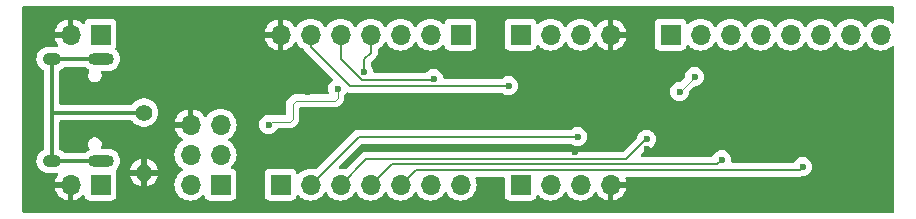
<source format=gbr>
%TF.GenerationSoftware,KiCad,Pcbnew,8.0.6*%
%TF.CreationDate,2024-11-04T18:07:15+01:00*%
%TF.ProjectId,ATtiny3,41547469-6e79-4332-9e6b-696361645f70,rev?*%
%TF.SameCoordinates,Original*%
%TF.FileFunction,Copper,L2,Bot*%
%TF.FilePolarity,Positive*%
%FSLAX46Y46*%
G04 Gerber Fmt 4.6, Leading zero omitted, Abs format (unit mm)*
G04 Created by KiCad (PCBNEW 8.0.6) date 2024-11-04 18:07:15*
%MOMM*%
%LPD*%
G01*
G04 APERTURE LIST*
G04 Aperture macros list*
%AMRoundRect*
0 Rectangle with rounded corners*
0 $1 Rounding radius*
0 $2 $3 $4 $5 $6 $7 $8 $9 X,Y pos of 4 corners*
0 Add a 4 corners polygon primitive as box body*
4,1,4,$2,$3,$4,$5,$6,$7,$8,$9,$2,$3,0*
0 Add four circle primitives for the rounded corners*
1,1,$1+$1,$2,$3*
1,1,$1+$1,$4,$5*
1,1,$1+$1,$6,$7*
1,1,$1+$1,$8,$9*
0 Add four rect primitives between the rounded corners*
20,1,$1+$1,$2,$3,$4,$5,0*
20,1,$1+$1,$4,$5,$6,$7,0*
20,1,$1+$1,$6,$7,$8,$9,0*
20,1,$1+$1,$8,$9,$2,$3,0*%
G04 Aperture macros list end*
%TA.AperFunction,ComponentPad*%
%ADD10R,1.700000X1.700000*%
%TD*%
%TA.AperFunction,ComponentPad*%
%ADD11O,1.700000X1.700000*%
%TD*%
%TA.AperFunction,ComponentPad*%
%ADD12RoundRect,0.500000X-0.600000X0.000010X-0.600000X-0.000010X0.600000X-0.000010X0.600000X0.000010X0*%
%TD*%
%TA.AperFunction,ComponentPad*%
%ADD13RoundRect,0.500000X-0.300000X0.000010X-0.300000X-0.000010X0.300000X-0.000010X0.300000X0.000010X0*%
%TD*%
%TA.AperFunction,ComponentPad*%
%ADD14C,1.400000*%
%TD*%
%TA.AperFunction,ComponentPad*%
%ADD15O,1.400000X1.400000*%
%TD*%
%TA.AperFunction,ViaPad*%
%ADD16C,0.600000*%
%TD*%
%TA.AperFunction,Conductor*%
%ADD17C,0.300000*%
%TD*%
%TA.AperFunction,Conductor*%
%ADD18C,0.100000*%
%TD*%
%TA.AperFunction,Conductor*%
%ADD19C,0.200000*%
%TD*%
G04 APERTURE END LIST*
D10*
%TO.P,J7,1,Pin_1*%
%TO.N,+3.3V*%
X40640000Y-35560000D03*
D11*
%TO.P,J7,2,Pin_2*%
%TO.N,PA4*%
X43180000Y-35560000D03*
%TO.P,J7,3,Pin_3*%
%TO.N,PA5*%
X45720000Y-35560000D03*
%TO.P,J7,4,Pin_4*%
%TO.N,PA6*%
X48260000Y-35560000D03*
%TO.P,J7,5,Pin_5*%
%TO.N,PA7*%
X50800000Y-35560000D03*
%TO.P,J7,6,Pin_6*%
%TO.N,PB3-RX*%
X53340000Y-35560000D03*
%TO.P,J7,7,Pin_7*%
%TO.N,PB2-TX*%
X55880000Y-35560000D03*
%TD*%
D12*
%TO.P,J4,S1,SHIELD*%
%TO.N,Net-(J4-SHIELD)*%
X25452500Y-24910000D03*
D13*
X21272500Y-24910000D03*
D12*
X25452500Y-33550000D03*
D13*
X21272500Y-33550000D03*
%TD*%
D10*
%TO.P,J9,1,Pin_1*%
%TO.N,+5V*%
X73660000Y-22860000D03*
D11*
%TO.P,J9,2,Pin_2*%
%TO.N,OUT1*%
X76200000Y-22860000D03*
%TO.P,J9,3,Pin_3*%
%TO.N,OUT2*%
X78740000Y-22860000D03*
%TO.P,J9,4,Pin_4*%
%TO.N,OUT3*%
X81280000Y-22860000D03*
%TO.P,J9,5,Pin_5*%
%TO.N,OUT4*%
X83820000Y-22860000D03*
%TO.P,J9,6,Pin_6*%
%TO.N,OUT5*%
X86360000Y-22860000D03*
%TO.P,J9,7,Pin_7*%
%TO.N,OUT6*%
X88900000Y-22860000D03*
%TO.P,J9,8,Pin_8*%
%TO.N,OUT7*%
X91440000Y-22860000D03*
%TD*%
D10*
%TO.P,J8,1,Pin_1*%
%TO.N,PB1-SDA*%
X55880000Y-22860000D03*
D11*
%TO.P,J8,2,Pin_2*%
%TO.N,PB0-SCL*%
X53340000Y-22860000D03*
%TO.P,J8,3,Pin_3*%
%TO.N,PA0-UPDI*%
X50800000Y-22860000D03*
%TO.P,J8,4,Pin_4*%
%TO.N,PA1*%
X48260000Y-22860000D03*
%TO.P,J8,5,Pin_5*%
%TO.N,PA2*%
X45720000Y-22860000D03*
%TO.P,J8,6,Pin_6*%
%TO.N,PA3*%
X43180000Y-22860000D03*
%TO.P,J8,7,Pin_7*%
%TO.N,GND*%
X40640000Y-22860000D03*
%TD*%
D10*
%TO.P,J6,1,Pin_1*%
%TO.N,+5V*%
X25400000Y-22860000D03*
D11*
%TO.P,J6,2,Pin_2*%
%TO.N,GND*%
X22860000Y-22860000D03*
%TD*%
D10*
%TO.P,J1,1,Pin_1*%
%TO.N,PA0-UPDI*%
X35560000Y-35560000D03*
D11*
%TO.P,J1,2,Pin_2*%
%TO.N,+3.3V*%
X33020000Y-35560000D03*
%TO.P,J1,3,Pin_3*%
%TO.N,unconnected-(J1-Pin_3-Pad3)*%
X35560000Y-33020000D03*
%TO.P,J1,4,Pin_4*%
%TO.N,unconnected-(J1-Pin_4-Pad4)*%
X33020000Y-33020000D03*
%TO.P,J1,5,Pin_5*%
%TO.N,unconnected-(J1-Pin_5-Pad5)*%
X35560000Y-30480000D03*
%TO.P,J1,6,Pin_6*%
%TO.N,GND*%
X33020000Y-30480000D03*
%TD*%
D10*
%TO.P,J2,1,Pin_1*%
%TO.N,PB0-SCL*%
X60960000Y-22860000D03*
D11*
%TO.P,J2,2,Pin_2*%
%TO.N,PB1-SDA*%
X63500000Y-22860000D03*
%TO.P,J2,3,Pin_3*%
%TO.N,+3.3V*%
X66040000Y-22860000D03*
%TO.P,J2,4,Pin_4*%
%TO.N,GND*%
X68580000Y-22860000D03*
%TD*%
D10*
%TO.P,J5,1,Pin_1*%
%TO.N,+5V*%
X25400000Y-35560000D03*
D11*
%TO.P,J5,2,Pin_2*%
%TO.N,GND*%
X22860000Y-35560000D03*
%TD*%
D10*
%TO.P,J3,1,Pin_1*%
%TO.N,PB3-RX*%
X60960000Y-35560000D03*
D11*
%TO.P,J3,2,Pin_2*%
%TO.N,PB2-TX*%
X63500000Y-35560000D03*
%TO.P,J3,3,Pin_3*%
%TO.N,+3.3V*%
X66040000Y-35560000D03*
%TO.P,J3,4,Pin_4*%
%TO.N,GND*%
X68580000Y-35560000D03*
%TD*%
D14*
%TO.P,R1,1*%
%TO.N,Net-(J4-SHIELD)*%
X29083000Y-29464000D03*
D15*
%TO.P,R1,2*%
%TO.N,GND*%
X29083000Y-34544000D03*
%TD*%
D16*
%TO.N,GND*%
X62738000Y-28956000D03*
X30988000Y-28194000D03*
X33020000Y-24130000D03*
X53340000Y-32512000D03*
X27290000Y-32605000D03*
X80772000Y-28956000D03*
X71628000Y-32512000D03*
X27290000Y-25400000D03*
X77470000Y-32512000D03*
X58674000Y-28194000D03*
X56642000Y-28956000D03*
X88900000Y-28194000D03*
X38100000Y-29210000D03*
X68834000Y-28956000D03*
X86614000Y-28956000D03*
X65532000Y-32766000D03*
X89662000Y-32258000D03*
X82804000Y-28194000D03*
X83566000Y-32512000D03*
X59436000Y-32512000D03*
X52615100Y-28231100D03*
X50546000Y-28956000D03*
X35814000Y-25146000D03*
X38100000Y-26924000D03*
X64770000Y-28194000D03*
X42926000Y-27686000D03*
X70612000Y-28194000D03*
X76708000Y-28194000D03*
X74676000Y-28956000D03*
%TO.N,PA0-UPDI*%
X45466000Y-27432000D03*
X39624000Y-30480000D03*
%TO.N,PA4*%
X65786000Y-31496000D03*
%TO.N,PA6*%
X77978000Y-33436000D03*
%TO.N,PA7*%
X84836000Y-34036000D03*
%TO.N,PA5*%
X71628000Y-31711997D03*
%TO.N,PA2*%
X53594000Y-26578000D03*
%TO.N,PA3*%
X59944000Y-27178000D03*
%TO.N,PA1*%
X47676174Y-25999644D03*
%TO.N,OUT5*%
X74422000Y-27686000D03*
X75692000Y-26416000D03*
%TD*%
D17*
%TO.N,Net-(J4-SHIELD)*%
X21272500Y-24910000D02*
X21272500Y-29464000D01*
X21272500Y-33550000D02*
X25452500Y-33550000D01*
X25452500Y-24910000D02*
X21272500Y-24910000D01*
X21272500Y-29464000D02*
X21272500Y-33550000D01*
X29083000Y-29464000D02*
X21272500Y-29464000D01*
D18*
%TO.N,PA0-UPDI*%
X45466000Y-28194000D02*
X45466000Y-27432000D01*
X41402000Y-30226000D02*
X41656000Y-29972000D01*
X41656000Y-28702000D02*
X41910000Y-28448000D01*
X39878000Y-30226000D02*
X41402000Y-30226000D01*
X45212000Y-28448000D02*
X45466000Y-28194000D01*
X41910000Y-28448000D02*
X45212000Y-28448000D01*
X41656000Y-29972000D02*
X41656000Y-28702000D01*
X39624000Y-30480000D02*
X39878000Y-30226000D01*
D19*
%TO.N,PA4*%
X47244000Y-31496000D02*
X65786000Y-31496000D01*
X43180000Y-35560000D02*
X47244000Y-31496000D01*
%TO.N,PA6*%
X50038000Y-33782000D02*
X77632000Y-33782000D01*
X77632000Y-33782000D02*
X77978000Y-33436000D01*
X48260000Y-35560000D02*
X50038000Y-33782000D01*
%TO.N,PA7*%
X84582000Y-34290000D02*
X84836000Y-34036000D01*
X50800000Y-35560000D02*
X52070000Y-34290000D01*
X52070000Y-34290000D02*
X84582000Y-34290000D01*
%TO.N,PA5*%
X71579474Y-31711997D02*
X71628000Y-31711997D01*
X45720000Y-35560000D02*
X47898000Y-33382000D01*
X69909471Y-33382000D02*
X71579474Y-31711997D01*
X47898000Y-33382000D02*
X69909471Y-33382000D01*
%TO.N,PA2*%
X45720000Y-22860000D02*
X45720000Y-24892000D01*
X47498000Y-26670000D02*
X53594000Y-26670000D01*
X45720000Y-24892000D02*
X47498000Y-26670000D01*
X53594000Y-26670000D02*
X53594000Y-26578000D01*
%TO.N,PA3*%
X46482000Y-27178000D02*
X59944000Y-27178000D01*
X43180000Y-23876000D02*
X46482000Y-27178000D01*
X43180000Y-22860000D02*
X43180000Y-23876000D01*
%TO.N,PA1*%
X48260000Y-22860000D02*
X48260000Y-24384000D01*
X48260000Y-24384000D02*
X47676174Y-24967826D01*
X47676174Y-24967826D02*
X47676174Y-25999644D01*
D18*
%TO.N,OUT5*%
X74422000Y-27686000D02*
X75692000Y-26416000D01*
%TD*%
%TA.AperFunction,Conductor*%
%TO.N,GND*%
G36*
X92533539Y-20459185D02*
G01*
X92579294Y-20511989D01*
X92590500Y-20563500D01*
X92590500Y-21801241D01*
X92570815Y-21868280D01*
X92518011Y-21914035D01*
X92448853Y-21923979D01*
X92385297Y-21894954D01*
X92378819Y-21888923D01*
X92358176Y-21868280D01*
X92311401Y-21821505D01*
X92311397Y-21821502D01*
X92311396Y-21821501D01*
X92117834Y-21685967D01*
X92117830Y-21685965D01*
X92117828Y-21685964D01*
X91903663Y-21586097D01*
X91903659Y-21586096D01*
X91903655Y-21586094D01*
X91675413Y-21524938D01*
X91675403Y-21524936D01*
X91440001Y-21504341D01*
X91439999Y-21504341D01*
X91204596Y-21524936D01*
X91204586Y-21524938D01*
X90976344Y-21586094D01*
X90976335Y-21586098D01*
X90762171Y-21685964D01*
X90762169Y-21685965D01*
X90568597Y-21821505D01*
X90401505Y-21988597D01*
X90271575Y-22174158D01*
X90216998Y-22217783D01*
X90147500Y-22224977D01*
X90085145Y-22193454D01*
X90068425Y-22174158D01*
X89938494Y-21988597D01*
X89771402Y-21821506D01*
X89771395Y-21821501D01*
X89577834Y-21685967D01*
X89577830Y-21685965D01*
X89577828Y-21685964D01*
X89363663Y-21586097D01*
X89363659Y-21586096D01*
X89363655Y-21586094D01*
X89135413Y-21524938D01*
X89135403Y-21524936D01*
X88900001Y-21504341D01*
X88899999Y-21504341D01*
X88664596Y-21524936D01*
X88664586Y-21524938D01*
X88436344Y-21586094D01*
X88436335Y-21586098D01*
X88222171Y-21685964D01*
X88222169Y-21685965D01*
X88028597Y-21821505D01*
X87861505Y-21988597D01*
X87731575Y-22174158D01*
X87676998Y-22217783D01*
X87607500Y-22224977D01*
X87545145Y-22193454D01*
X87528425Y-22174158D01*
X87398494Y-21988597D01*
X87231402Y-21821506D01*
X87231395Y-21821501D01*
X87037834Y-21685967D01*
X87037830Y-21685965D01*
X87037828Y-21685964D01*
X86823663Y-21586097D01*
X86823659Y-21586096D01*
X86823655Y-21586094D01*
X86595413Y-21524938D01*
X86595403Y-21524936D01*
X86360001Y-21504341D01*
X86359999Y-21504341D01*
X86124596Y-21524936D01*
X86124586Y-21524938D01*
X85896344Y-21586094D01*
X85896335Y-21586098D01*
X85682171Y-21685964D01*
X85682169Y-21685965D01*
X85488597Y-21821505D01*
X85321505Y-21988597D01*
X85191575Y-22174158D01*
X85136998Y-22217783D01*
X85067500Y-22224977D01*
X85005145Y-22193454D01*
X84988425Y-22174158D01*
X84858494Y-21988597D01*
X84691402Y-21821506D01*
X84691395Y-21821501D01*
X84497834Y-21685967D01*
X84497830Y-21685965D01*
X84497828Y-21685964D01*
X84283663Y-21586097D01*
X84283659Y-21586096D01*
X84283655Y-21586094D01*
X84055413Y-21524938D01*
X84055403Y-21524936D01*
X83820001Y-21504341D01*
X83819999Y-21504341D01*
X83584596Y-21524936D01*
X83584586Y-21524938D01*
X83356344Y-21586094D01*
X83356335Y-21586098D01*
X83142171Y-21685964D01*
X83142169Y-21685965D01*
X82948597Y-21821505D01*
X82781505Y-21988597D01*
X82651575Y-22174158D01*
X82596998Y-22217783D01*
X82527500Y-22224977D01*
X82465145Y-22193454D01*
X82448425Y-22174158D01*
X82318494Y-21988597D01*
X82151402Y-21821506D01*
X82151395Y-21821501D01*
X81957834Y-21685967D01*
X81957830Y-21685965D01*
X81957828Y-21685964D01*
X81743663Y-21586097D01*
X81743659Y-21586096D01*
X81743655Y-21586094D01*
X81515413Y-21524938D01*
X81515403Y-21524936D01*
X81280001Y-21504341D01*
X81279999Y-21504341D01*
X81044596Y-21524936D01*
X81044586Y-21524938D01*
X80816344Y-21586094D01*
X80816335Y-21586098D01*
X80602171Y-21685964D01*
X80602169Y-21685965D01*
X80408597Y-21821505D01*
X80241505Y-21988597D01*
X80111575Y-22174158D01*
X80056998Y-22217783D01*
X79987500Y-22224977D01*
X79925145Y-22193454D01*
X79908425Y-22174158D01*
X79778494Y-21988597D01*
X79611402Y-21821506D01*
X79611395Y-21821501D01*
X79417834Y-21685967D01*
X79417830Y-21685965D01*
X79417828Y-21685964D01*
X79203663Y-21586097D01*
X79203659Y-21586096D01*
X79203655Y-21586094D01*
X78975413Y-21524938D01*
X78975403Y-21524936D01*
X78740001Y-21504341D01*
X78739999Y-21504341D01*
X78504596Y-21524936D01*
X78504586Y-21524938D01*
X78276344Y-21586094D01*
X78276335Y-21586098D01*
X78062171Y-21685964D01*
X78062169Y-21685965D01*
X77868597Y-21821505D01*
X77701505Y-21988597D01*
X77571575Y-22174158D01*
X77516998Y-22217783D01*
X77447500Y-22224977D01*
X77385145Y-22193454D01*
X77368425Y-22174158D01*
X77238494Y-21988597D01*
X77071402Y-21821506D01*
X77071395Y-21821501D01*
X76877834Y-21685967D01*
X76877830Y-21685965D01*
X76877828Y-21685964D01*
X76663663Y-21586097D01*
X76663659Y-21586096D01*
X76663655Y-21586094D01*
X76435413Y-21524938D01*
X76435403Y-21524936D01*
X76200001Y-21504341D01*
X76199999Y-21504341D01*
X75964596Y-21524936D01*
X75964586Y-21524938D01*
X75736344Y-21586094D01*
X75736335Y-21586098D01*
X75522171Y-21685964D01*
X75522169Y-21685965D01*
X75328600Y-21821503D01*
X75206673Y-21943430D01*
X75145350Y-21976914D01*
X75075658Y-21971930D01*
X75019725Y-21930058D01*
X75002810Y-21899081D01*
X74953797Y-21767671D01*
X74953793Y-21767664D01*
X74867547Y-21652455D01*
X74867544Y-21652452D01*
X74752335Y-21566206D01*
X74752328Y-21566202D01*
X74617482Y-21515908D01*
X74617483Y-21515908D01*
X74557883Y-21509501D01*
X74557881Y-21509500D01*
X74557873Y-21509500D01*
X74557864Y-21509500D01*
X72762129Y-21509500D01*
X72762123Y-21509501D01*
X72702516Y-21515908D01*
X72567671Y-21566202D01*
X72567664Y-21566206D01*
X72452455Y-21652452D01*
X72452452Y-21652455D01*
X72366206Y-21767664D01*
X72366202Y-21767671D01*
X72315908Y-21902517D01*
X72310209Y-21955532D01*
X72309501Y-21962123D01*
X72309500Y-21962135D01*
X72309500Y-23757870D01*
X72309501Y-23757876D01*
X72315908Y-23817483D01*
X72366202Y-23952328D01*
X72366206Y-23952335D01*
X72452452Y-24067544D01*
X72452455Y-24067547D01*
X72567664Y-24153793D01*
X72567671Y-24153797D01*
X72702517Y-24204091D01*
X72702516Y-24204091D01*
X72709444Y-24204835D01*
X72762127Y-24210500D01*
X74557872Y-24210499D01*
X74617483Y-24204091D01*
X74752331Y-24153796D01*
X74867546Y-24067546D01*
X74953796Y-23952331D01*
X75002810Y-23820916D01*
X75044681Y-23764984D01*
X75110145Y-23740566D01*
X75178418Y-23755417D01*
X75206673Y-23776569D01*
X75328599Y-23898495D01*
X75425384Y-23966265D01*
X75522165Y-24034032D01*
X75522167Y-24034033D01*
X75522170Y-24034035D01*
X75736337Y-24133903D01*
X75964592Y-24195063D01*
X76141034Y-24210500D01*
X76199999Y-24215659D01*
X76200000Y-24215659D01*
X76200001Y-24215659D01*
X76258966Y-24210500D01*
X76435408Y-24195063D01*
X76663663Y-24133903D01*
X76877830Y-24034035D01*
X77071401Y-23898495D01*
X77238495Y-23731401D01*
X77368426Y-23545841D01*
X77423002Y-23502217D01*
X77492500Y-23495023D01*
X77554855Y-23526546D01*
X77571575Y-23545842D01*
X77701281Y-23731082D01*
X77701505Y-23731401D01*
X77868599Y-23898495D01*
X77965384Y-23966265D01*
X78062165Y-24034032D01*
X78062167Y-24034033D01*
X78062170Y-24034035D01*
X78276337Y-24133903D01*
X78504592Y-24195063D01*
X78681034Y-24210500D01*
X78739999Y-24215659D01*
X78740000Y-24215659D01*
X78740001Y-24215659D01*
X78798966Y-24210500D01*
X78975408Y-24195063D01*
X79203663Y-24133903D01*
X79417830Y-24034035D01*
X79611401Y-23898495D01*
X79778495Y-23731401D01*
X79908426Y-23545841D01*
X79963002Y-23502217D01*
X80032500Y-23495023D01*
X80094855Y-23526546D01*
X80111575Y-23545842D01*
X80241281Y-23731082D01*
X80241505Y-23731401D01*
X80408599Y-23898495D01*
X80505384Y-23966265D01*
X80602165Y-24034032D01*
X80602167Y-24034033D01*
X80602170Y-24034035D01*
X80816337Y-24133903D01*
X81044592Y-24195063D01*
X81221034Y-24210500D01*
X81279999Y-24215659D01*
X81280000Y-24215659D01*
X81280001Y-24215659D01*
X81338966Y-24210500D01*
X81515408Y-24195063D01*
X81743663Y-24133903D01*
X81957830Y-24034035D01*
X82151401Y-23898495D01*
X82318495Y-23731401D01*
X82448426Y-23545841D01*
X82503002Y-23502217D01*
X82572500Y-23495023D01*
X82634855Y-23526546D01*
X82651575Y-23545842D01*
X82781281Y-23731082D01*
X82781505Y-23731401D01*
X82948599Y-23898495D01*
X83045384Y-23966265D01*
X83142165Y-24034032D01*
X83142167Y-24034033D01*
X83142170Y-24034035D01*
X83356337Y-24133903D01*
X83584592Y-24195063D01*
X83761034Y-24210500D01*
X83819999Y-24215659D01*
X83820000Y-24215659D01*
X83820001Y-24215659D01*
X83878966Y-24210500D01*
X84055408Y-24195063D01*
X84283663Y-24133903D01*
X84497830Y-24034035D01*
X84691401Y-23898495D01*
X84858495Y-23731401D01*
X84988426Y-23545841D01*
X85043002Y-23502217D01*
X85112500Y-23495023D01*
X85174855Y-23526546D01*
X85191575Y-23545842D01*
X85321281Y-23731082D01*
X85321505Y-23731401D01*
X85488599Y-23898495D01*
X85585384Y-23966265D01*
X85682165Y-24034032D01*
X85682167Y-24034033D01*
X85682170Y-24034035D01*
X85896337Y-24133903D01*
X86124592Y-24195063D01*
X86301034Y-24210500D01*
X86359999Y-24215659D01*
X86360000Y-24215659D01*
X86360001Y-24215659D01*
X86418966Y-24210500D01*
X86595408Y-24195063D01*
X86823663Y-24133903D01*
X87037830Y-24034035D01*
X87231401Y-23898495D01*
X87398495Y-23731401D01*
X87528426Y-23545841D01*
X87583002Y-23502217D01*
X87652500Y-23495023D01*
X87714855Y-23526546D01*
X87731575Y-23545842D01*
X87861281Y-23731082D01*
X87861505Y-23731401D01*
X88028599Y-23898495D01*
X88125384Y-23966265D01*
X88222165Y-24034032D01*
X88222167Y-24034033D01*
X88222170Y-24034035D01*
X88436337Y-24133903D01*
X88664592Y-24195063D01*
X88841034Y-24210500D01*
X88899999Y-24215659D01*
X88900000Y-24215659D01*
X88900001Y-24215659D01*
X88958966Y-24210500D01*
X89135408Y-24195063D01*
X89363663Y-24133903D01*
X89577830Y-24034035D01*
X89771401Y-23898495D01*
X89938495Y-23731401D01*
X90068426Y-23545841D01*
X90123002Y-23502217D01*
X90192500Y-23495023D01*
X90254855Y-23526546D01*
X90271575Y-23545842D01*
X90401281Y-23731082D01*
X90401505Y-23731401D01*
X90568599Y-23898495D01*
X90665384Y-23966265D01*
X90762165Y-24034032D01*
X90762167Y-24034033D01*
X90762170Y-24034035D01*
X90976337Y-24133903D01*
X91204592Y-24195063D01*
X91381034Y-24210500D01*
X91439999Y-24215659D01*
X91440000Y-24215659D01*
X91440001Y-24215659D01*
X91498966Y-24210500D01*
X91675408Y-24195063D01*
X91903663Y-24133903D01*
X92117830Y-24034035D01*
X92311401Y-23898495D01*
X92378819Y-23831077D01*
X92440142Y-23797592D01*
X92509834Y-23802576D01*
X92565767Y-23844448D01*
X92590184Y-23909912D01*
X92590500Y-23918758D01*
X92590500Y-37856500D01*
X92570815Y-37923539D01*
X92518011Y-37969294D01*
X92466500Y-37980500D01*
X18912500Y-37980500D01*
X18845461Y-37960815D01*
X18799706Y-37908011D01*
X18788500Y-37856500D01*
X18788500Y-24851966D01*
X19972000Y-24851966D01*
X19972000Y-24968027D01*
X19972001Y-24968035D01*
X19982613Y-25087415D01*
X20038589Y-25283045D01*
X20038590Y-25283048D01*
X20038591Y-25283049D01*
X20132802Y-25463407D01*
X20156409Y-25492359D01*
X20261390Y-25621109D01*
X20346138Y-25690211D01*
X20419093Y-25749698D01*
X20555414Y-25820906D01*
X20605718Y-25869389D01*
X20622000Y-25930812D01*
X20622000Y-32529186D01*
X20602315Y-32596225D01*
X20555412Y-32639094D01*
X20419095Y-32710300D01*
X20419093Y-32710302D01*
X20261390Y-32838890D01*
X20154633Y-32969819D01*
X20132802Y-32996593D01*
X20110205Y-33039853D01*
X20038589Y-33176954D01*
X19993832Y-33333376D01*
X19983369Y-33369946D01*
X19982614Y-33372583D01*
X19982613Y-33372586D01*
X19972000Y-33491966D01*
X19972000Y-33608027D01*
X19972001Y-33608035D01*
X19982613Y-33727415D01*
X20038589Y-33923045D01*
X20038590Y-33923048D01*
X20038591Y-33923049D01*
X20132802Y-34103407D01*
X20132804Y-34103409D01*
X20261390Y-34261109D01*
X20324417Y-34312500D01*
X20419093Y-34389698D01*
X20599451Y-34483909D01*
X20795082Y-34539886D01*
X20914463Y-34550500D01*
X21630536Y-34550499D01*
X21672593Y-34546760D01*
X21741108Y-34560429D01*
X21791360Y-34608973D01*
X21807389Y-34676979D01*
X21785146Y-34741395D01*
X21686400Y-34882420D01*
X21686399Y-34882422D01*
X21586570Y-35096507D01*
X21586567Y-35096513D01*
X21529364Y-35309999D01*
X21529364Y-35310000D01*
X22426988Y-35310000D01*
X22394075Y-35367007D01*
X22360000Y-35494174D01*
X22360000Y-35625826D01*
X22394075Y-35752993D01*
X22426988Y-35810000D01*
X21529364Y-35810000D01*
X21586567Y-36023486D01*
X21586570Y-36023492D01*
X21686399Y-36237578D01*
X21821894Y-36431082D01*
X21988917Y-36598105D01*
X22182421Y-36733600D01*
X22396507Y-36833429D01*
X22396516Y-36833433D01*
X22610000Y-36890634D01*
X22610000Y-35993012D01*
X22667007Y-36025925D01*
X22794174Y-36060000D01*
X22925826Y-36060000D01*
X23052993Y-36025925D01*
X23110000Y-35993012D01*
X23110000Y-36890633D01*
X23323483Y-36833433D01*
X23323492Y-36833429D01*
X23537578Y-36733600D01*
X23731078Y-36598108D01*
X23853133Y-36476053D01*
X23914456Y-36442568D01*
X23984148Y-36447552D01*
X24040082Y-36489423D01*
X24056997Y-36520401D01*
X24106202Y-36652328D01*
X24106206Y-36652335D01*
X24192452Y-36767544D01*
X24192455Y-36767547D01*
X24307664Y-36853793D01*
X24307671Y-36853797D01*
X24442517Y-36904091D01*
X24442516Y-36904091D01*
X24449444Y-36904835D01*
X24502127Y-36910500D01*
X26297872Y-36910499D01*
X26357483Y-36904091D01*
X26492331Y-36853796D01*
X26607546Y-36767546D01*
X26693796Y-36652331D01*
X26744091Y-36517483D01*
X26750500Y-36457873D01*
X26750499Y-34794000D01*
X27906505Y-34794000D01*
X27959239Y-34979349D01*
X28058368Y-35178425D01*
X28192391Y-35355900D01*
X28356738Y-35505721D01*
X28545820Y-35622797D01*
X28545822Y-35622798D01*
X28753195Y-35703135D01*
X28833000Y-35718052D01*
X29333000Y-35718052D01*
X29412804Y-35703135D01*
X29620177Y-35622798D01*
X29620179Y-35622797D01*
X29809261Y-35505721D01*
X29973608Y-35355900D01*
X30107631Y-35178425D01*
X30206760Y-34979349D01*
X30259495Y-34794000D01*
X29333000Y-34794000D01*
X29333000Y-35718052D01*
X28833000Y-35718052D01*
X28833000Y-34794000D01*
X27906505Y-34794000D01*
X26750499Y-34794000D01*
X26750499Y-34662128D01*
X26744091Y-34602517D01*
X26743002Y-34599598D01*
X26705079Y-34497922D01*
X28733000Y-34497922D01*
X28733000Y-34590078D01*
X28756852Y-34679095D01*
X28802930Y-34758905D01*
X28868095Y-34824070D01*
X28947905Y-34870148D01*
X29036922Y-34894000D01*
X29129078Y-34894000D01*
X29218095Y-34870148D01*
X29297905Y-34824070D01*
X29363070Y-34758905D01*
X29409148Y-34679095D01*
X29433000Y-34590078D01*
X29433000Y-34497922D01*
X29409148Y-34408905D01*
X29363070Y-34329095D01*
X29327975Y-34294000D01*
X29333000Y-34294000D01*
X30259495Y-34294000D01*
X30206760Y-34108650D01*
X30107631Y-33909574D01*
X29973608Y-33732099D01*
X29809261Y-33582278D01*
X29620179Y-33465202D01*
X29620177Y-33465201D01*
X29412799Y-33384864D01*
X29333000Y-33369946D01*
X29333000Y-34294000D01*
X29327975Y-34294000D01*
X29297905Y-34263930D01*
X29218095Y-34217852D01*
X29129078Y-34194000D01*
X29036922Y-34194000D01*
X28947905Y-34217852D01*
X28868095Y-34263930D01*
X28802930Y-34329095D01*
X28756852Y-34408905D01*
X28733000Y-34497922D01*
X26705079Y-34497922D01*
X26693797Y-34467672D01*
X26693796Y-34467669D01*
X26693793Y-34467665D01*
X26689548Y-34459891D01*
X26691388Y-34458885D01*
X26671112Y-34404516D01*
X26685966Y-34336243D01*
X26716430Y-34299577D01*
X26723270Y-34294000D01*
X27906505Y-34294000D01*
X28833000Y-34294000D01*
X28833000Y-33369946D01*
X28753200Y-33384864D01*
X28545822Y-33465201D01*
X28545820Y-33465202D01*
X28356738Y-33582278D01*
X28192391Y-33732099D01*
X28058368Y-33909574D01*
X27959239Y-34108650D01*
X27906505Y-34294000D01*
X26723270Y-34294000D01*
X26763609Y-34261109D01*
X26892198Y-34103407D01*
X26986409Y-33923049D01*
X27042386Y-33727418D01*
X27053000Y-33608037D01*
X27052999Y-33491964D01*
X27042386Y-33372582D01*
X26986409Y-33176951D01*
X26904424Y-33019999D01*
X31664341Y-33019999D01*
X31664341Y-33020000D01*
X31684936Y-33255403D01*
X31684938Y-33255413D01*
X31746094Y-33483655D01*
X31746096Y-33483659D01*
X31746097Y-33483663D01*
X31815022Y-33631472D01*
X31845965Y-33697830D01*
X31845967Y-33697834D01*
X31869960Y-33732099D01*
X31981501Y-33891396D01*
X31981506Y-33891402D01*
X32148597Y-34058493D01*
X32148603Y-34058498D01*
X32334158Y-34188425D01*
X32377783Y-34243002D01*
X32384977Y-34312500D01*
X32353454Y-34374855D01*
X32334158Y-34391575D01*
X32148597Y-34521505D01*
X31981505Y-34688597D01*
X31845965Y-34882169D01*
X31845964Y-34882171D01*
X31746098Y-35096335D01*
X31746094Y-35096344D01*
X31684938Y-35324586D01*
X31684936Y-35324596D01*
X31664341Y-35559999D01*
X31664341Y-35560000D01*
X31684936Y-35795403D01*
X31684938Y-35795413D01*
X31746094Y-36023655D01*
X31746096Y-36023659D01*
X31746097Y-36023663D01*
X31826004Y-36195023D01*
X31845965Y-36237830D01*
X31845967Y-36237834D01*
X31954281Y-36392521D01*
X31981505Y-36431401D01*
X32148599Y-36598495D01*
X32245384Y-36666265D01*
X32342165Y-36734032D01*
X32342167Y-36734033D01*
X32342170Y-36734035D01*
X32556337Y-36833903D01*
X32784592Y-36895063D01*
X32961034Y-36910500D01*
X33019999Y-36915659D01*
X33020000Y-36915659D01*
X33020001Y-36915659D01*
X33078966Y-36910500D01*
X33255408Y-36895063D01*
X33483663Y-36833903D01*
X33697830Y-36734035D01*
X33891401Y-36598495D01*
X34013329Y-36476566D01*
X34074648Y-36443084D01*
X34144340Y-36448068D01*
X34200274Y-36489939D01*
X34217189Y-36520917D01*
X34266202Y-36652328D01*
X34266206Y-36652335D01*
X34352452Y-36767544D01*
X34352455Y-36767547D01*
X34467664Y-36853793D01*
X34467671Y-36853797D01*
X34602517Y-36904091D01*
X34602516Y-36904091D01*
X34609444Y-36904835D01*
X34662127Y-36910500D01*
X36457872Y-36910499D01*
X36517483Y-36904091D01*
X36652331Y-36853796D01*
X36767546Y-36767546D01*
X36853796Y-36652331D01*
X36904091Y-36517483D01*
X36910500Y-36457873D01*
X36910499Y-34662135D01*
X39289500Y-34662135D01*
X39289500Y-36457870D01*
X39289501Y-36457876D01*
X39295908Y-36517483D01*
X39346202Y-36652328D01*
X39346206Y-36652335D01*
X39432452Y-36767544D01*
X39432455Y-36767547D01*
X39547664Y-36853793D01*
X39547671Y-36853797D01*
X39682517Y-36904091D01*
X39682516Y-36904091D01*
X39689444Y-36904835D01*
X39742127Y-36910500D01*
X41537872Y-36910499D01*
X41597483Y-36904091D01*
X41732331Y-36853796D01*
X41847546Y-36767546D01*
X41933796Y-36652331D01*
X41982810Y-36520916D01*
X42024681Y-36464984D01*
X42090145Y-36440566D01*
X42158418Y-36455417D01*
X42186673Y-36476569D01*
X42308599Y-36598495D01*
X42405384Y-36666265D01*
X42502165Y-36734032D01*
X42502167Y-36734033D01*
X42502170Y-36734035D01*
X42716337Y-36833903D01*
X42944592Y-36895063D01*
X43121034Y-36910500D01*
X43179999Y-36915659D01*
X43180000Y-36915659D01*
X43180001Y-36915659D01*
X43238966Y-36910500D01*
X43415408Y-36895063D01*
X43643663Y-36833903D01*
X43857830Y-36734035D01*
X44051401Y-36598495D01*
X44218495Y-36431401D01*
X44348425Y-36245842D01*
X44403002Y-36202217D01*
X44472500Y-36195023D01*
X44534855Y-36226546D01*
X44551575Y-36245842D01*
X44681500Y-36431395D01*
X44681505Y-36431401D01*
X44848599Y-36598495D01*
X44945384Y-36666265D01*
X45042165Y-36734032D01*
X45042167Y-36734033D01*
X45042170Y-36734035D01*
X45256337Y-36833903D01*
X45484592Y-36895063D01*
X45661034Y-36910500D01*
X45719999Y-36915659D01*
X45720000Y-36915659D01*
X45720001Y-36915659D01*
X45778966Y-36910500D01*
X45955408Y-36895063D01*
X46183663Y-36833903D01*
X46397830Y-36734035D01*
X46591401Y-36598495D01*
X46758495Y-36431401D01*
X46888425Y-36245842D01*
X46943002Y-36202217D01*
X47012500Y-36195023D01*
X47074855Y-36226546D01*
X47091575Y-36245842D01*
X47221500Y-36431395D01*
X47221505Y-36431401D01*
X47388599Y-36598495D01*
X47485384Y-36666265D01*
X47582165Y-36734032D01*
X47582167Y-36734033D01*
X47582170Y-36734035D01*
X47796337Y-36833903D01*
X48024592Y-36895063D01*
X48201034Y-36910500D01*
X48259999Y-36915659D01*
X48260000Y-36915659D01*
X48260001Y-36915659D01*
X48318966Y-36910500D01*
X48495408Y-36895063D01*
X48723663Y-36833903D01*
X48937830Y-36734035D01*
X49131401Y-36598495D01*
X49298495Y-36431401D01*
X49428425Y-36245842D01*
X49483002Y-36202217D01*
X49552500Y-36195023D01*
X49614855Y-36226546D01*
X49631575Y-36245842D01*
X49761500Y-36431395D01*
X49761505Y-36431401D01*
X49928599Y-36598495D01*
X50025384Y-36666265D01*
X50122165Y-36734032D01*
X50122167Y-36734033D01*
X50122170Y-36734035D01*
X50336337Y-36833903D01*
X50564592Y-36895063D01*
X50741034Y-36910500D01*
X50799999Y-36915659D01*
X50800000Y-36915659D01*
X50800001Y-36915659D01*
X50858966Y-36910500D01*
X51035408Y-36895063D01*
X51263663Y-36833903D01*
X51477830Y-36734035D01*
X51671401Y-36598495D01*
X51838495Y-36431401D01*
X51968425Y-36245842D01*
X52023002Y-36202217D01*
X52092500Y-36195023D01*
X52154855Y-36226546D01*
X52171575Y-36245842D01*
X52301500Y-36431395D01*
X52301505Y-36431401D01*
X52468599Y-36598495D01*
X52565384Y-36666265D01*
X52662165Y-36734032D01*
X52662167Y-36734033D01*
X52662170Y-36734035D01*
X52876337Y-36833903D01*
X53104592Y-36895063D01*
X53281034Y-36910500D01*
X53339999Y-36915659D01*
X53340000Y-36915659D01*
X53340001Y-36915659D01*
X53398966Y-36910500D01*
X53575408Y-36895063D01*
X53803663Y-36833903D01*
X54017830Y-36734035D01*
X54211401Y-36598495D01*
X54378495Y-36431401D01*
X54508425Y-36245842D01*
X54563002Y-36202217D01*
X54632500Y-36195023D01*
X54694855Y-36226546D01*
X54711575Y-36245842D01*
X54841500Y-36431395D01*
X54841505Y-36431401D01*
X55008599Y-36598495D01*
X55105384Y-36666265D01*
X55202165Y-36734032D01*
X55202167Y-36734033D01*
X55202170Y-36734035D01*
X55416337Y-36833903D01*
X55644592Y-36895063D01*
X55821034Y-36910500D01*
X55879999Y-36915659D01*
X55880000Y-36915659D01*
X55880001Y-36915659D01*
X55938966Y-36910500D01*
X56115408Y-36895063D01*
X56343663Y-36833903D01*
X56557830Y-36734035D01*
X56751401Y-36598495D01*
X56918495Y-36431401D01*
X57054035Y-36237830D01*
X57153903Y-36023663D01*
X57215063Y-35795408D01*
X57235659Y-35560000D01*
X57215063Y-35324592D01*
X57153903Y-35096337D01*
X57140177Y-35066902D01*
X57129686Y-34997829D01*
X57158205Y-34934044D01*
X57216681Y-34895804D01*
X57252560Y-34890500D01*
X59485500Y-34890500D01*
X59552539Y-34910185D01*
X59598294Y-34962989D01*
X59609500Y-35014500D01*
X59609500Y-36457870D01*
X59609501Y-36457876D01*
X59615908Y-36517483D01*
X59666202Y-36652328D01*
X59666206Y-36652335D01*
X59752452Y-36767544D01*
X59752455Y-36767547D01*
X59867664Y-36853793D01*
X59867671Y-36853797D01*
X60002517Y-36904091D01*
X60002516Y-36904091D01*
X60009444Y-36904835D01*
X60062127Y-36910500D01*
X61857872Y-36910499D01*
X61917483Y-36904091D01*
X62052331Y-36853796D01*
X62167546Y-36767546D01*
X62253796Y-36652331D01*
X62302810Y-36520916D01*
X62344681Y-36464984D01*
X62410145Y-36440566D01*
X62478418Y-36455417D01*
X62506673Y-36476569D01*
X62628599Y-36598495D01*
X62725384Y-36666265D01*
X62822165Y-36734032D01*
X62822167Y-36734033D01*
X62822170Y-36734035D01*
X63036337Y-36833903D01*
X63264592Y-36895063D01*
X63441034Y-36910500D01*
X63499999Y-36915659D01*
X63500000Y-36915659D01*
X63500001Y-36915659D01*
X63558966Y-36910500D01*
X63735408Y-36895063D01*
X63963663Y-36833903D01*
X64177830Y-36734035D01*
X64371401Y-36598495D01*
X64538495Y-36431401D01*
X64668425Y-36245842D01*
X64723002Y-36202217D01*
X64792500Y-36195023D01*
X64854855Y-36226546D01*
X64871575Y-36245842D01*
X65001500Y-36431395D01*
X65001505Y-36431401D01*
X65168599Y-36598495D01*
X65265384Y-36666265D01*
X65362165Y-36734032D01*
X65362167Y-36734033D01*
X65362170Y-36734035D01*
X65576337Y-36833903D01*
X65804592Y-36895063D01*
X65981034Y-36910500D01*
X66039999Y-36915659D01*
X66040000Y-36915659D01*
X66040001Y-36915659D01*
X66098966Y-36910500D01*
X66275408Y-36895063D01*
X66503663Y-36833903D01*
X66717830Y-36734035D01*
X66911401Y-36598495D01*
X67078495Y-36431401D01*
X67208730Y-36245405D01*
X67263307Y-36201781D01*
X67332805Y-36194587D01*
X67395160Y-36226110D01*
X67411879Y-36245405D01*
X67541890Y-36431078D01*
X67708917Y-36598105D01*
X67902421Y-36733600D01*
X68116507Y-36833429D01*
X68116516Y-36833433D01*
X68330000Y-36890634D01*
X68330000Y-35993012D01*
X68387007Y-36025925D01*
X68514174Y-36060000D01*
X68645826Y-36060000D01*
X68772993Y-36025925D01*
X68830000Y-35993012D01*
X68830000Y-36890633D01*
X69043483Y-36833433D01*
X69043492Y-36833429D01*
X69257578Y-36733600D01*
X69451082Y-36598105D01*
X69618105Y-36431082D01*
X69753600Y-36237578D01*
X69853429Y-36023492D01*
X69853432Y-36023486D01*
X69910636Y-35810000D01*
X69013012Y-35810000D01*
X69045925Y-35752993D01*
X69080000Y-35625826D01*
X69080000Y-35494174D01*
X69045925Y-35367007D01*
X69013012Y-35310000D01*
X69910636Y-35310000D01*
X69910635Y-35309999D01*
X69853432Y-35096513D01*
X69853430Y-35096507D01*
X69839626Y-35066905D01*
X69829134Y-34997828D01*
X69857653Y-34934044D01*
X69916130Y-34895804D01*
X69952008Y-34890500D01*
X84495331Y-34890500D01*
X84495347Y-34890501D01*
X84502943Y-34890501D01*
X84661054Y-34890501D01*
X84661057Y-34890501D01*
X84813785Y-34849577D01*
X84813794Y-34849571D01*
X84815868Y-34848713D01*
X84849447Y-34840049D01*
X84933634Y-34830564D01*
X85015250Y-34821369D01*
X85015253Y-34821368D01*
X85015255Y-34821368D01*
X85185522Y-34761789D01*
X85338262Y-34665816D01*
X85465816Y-34538262D01*
X85561789Y-34385522D01*
X85621368Y-34215255D01*
X85621369Y-34215249D01*
X85641565Y-34036003D01*
X85641565Y-34035996D01*
X85621369Y-33856750D01*
X85621368Y-33856745D01*
X85577752Y-33732099D01*
X85561789Y-33686478D01*
X85542024Y-33655023D01*
X85465815Y-33533737D01*
X85338262Y-33406184D01*
X85185523Y-33310211D01*
X85015254Y-33250631D01*
X85015249Y-33250630D01*
X84836004Y-33230435D01*
X84835996Y-33230435D01*
X84656750Y-33250630D01*
X84656745Y-33250631D01*
X84486476Y-33310211D01*
X84333737Y-33406184D01*
X84206184Y-33533737D01*
X84175684Y-33582278D01*
X84154964Y-33615255D01*
X84144774Y-33631472D01*
X84092439Y-33677763D01*
X84039780Y-33689500D01*
X78893759Y-33689500D01*
X78826720Y-33669815D01*
X78780965Y-33617011D01*
X78770539Y-33551617D01*
X78783565Y-33436003D01*
X78783565Y-33435996D01*
X78763369Y-33256750D01*
X78763368Y-33256745D01*
X78735447Y-33176951D01*
X78703789Y-33086478D01*
X78607816Y-32933738D01*
X78480262Y-32806184D01*
X78440978Y-32781500D01*
X78327523Y-32710211D01*
X78157254Y-32650631D01*
X78157249Y-32650630D01*
X77978004Y-32630435D01*
X77977996Y-32630435D01*
X77798750Y-32650630D01*
X77798745Y-32650631D01*
X77628476Y-32710211D01*
X77475737Y-32806184D01*
X77348184Y-32933737D01*
X77252212Y-33086475D01*
X77252210Y-33086478D01*
X77248020Y-33098455D01*
X77207299Y-33155231D01*
X77142346Y-33180978D01*
X77130979Y-33181500D01*
X71258568Y-33181500D01*
X71191529Y-33161815D01*
X71145774Y-33109011D01*
X71135830Y-33039853D01*
X71164855Y-32976297D01*
X71170887Y-32969819D01*
X71269035Y-32871670D01*
X71591847Y-32548857D01*
X71653168Y-32515374D01*
X71665632Y-32513321D01*
X71756460Y-32503088D01*
X71807249Y-32497366D01*
X71807252Y-32497365D01*
X71807255Y-32497365D01*
X71977522Y-32437786D01*
X72130262Y-32341813D01*
X72257816Y-32214259D01*
X72353789Y-32061519D01*
X72413368Y-31891252D01*
X72413369Y-31891246D01*
X72433565Y-31712000D01*
X72433565Y-31711993D01*
X72413369Y-31532747D01*
X72413368Y-31532742D01*
X72353788Y-31362473D01*
X72292773Y-31265369D01*
X72257816Y-31209735D01*
X72130262Y-31082181D01*
X72024110Y-31015481D01*
X71977523Y-30986208D01*
X71807254Y-30926628D01*
X71807249Y-30926627D01*
X71628004Y-30906432D01*
X71627996Y-30906432D01*
X71448750Y-30926627D01*
X71448745Y-30926628D01*
X71278476Y-30986208D01*
X71125737Y-31082181D01*
X70998184Y-31209734D01*
X70902210Y-31362475D01*
X70847618Y-31518493D01*
X70842632Y-31532742D01*
X70841005Y-31547172D01*
X70838999Y-31564980D01*
X70811930Y-31629393D01*
X70803460Y-31638774D01*
X69697055Y-32745181D01*
X69635732Y-32778666D01*
X69609374Y-32781500D01*
X47977057Y-32781500D01*
X47818943Y-32781500D01*
X47666215Y-32822423D01*
X47666214Y-32822423D01*
X47666212Y-32822424D01*
X47666209Y-32822425D01*
X47616096Y-32851359D01*
X47616095Y-32851360D01*
X47572689Y-32876420D01*
X47529285Y-32901479D01*
X47529282Y-32901481D01*
X47417478Y-33013286D01*
X46203530Y-34227233D01*
X46142207Y-34260718D01*
X46083756Y-34259327D01*
X45955413Y-34224938D01*
X45955403Y-34224936D01*
X45720001Y-34204341D01*
X45719998Y-34204341D01*
X45692153Y-34206777D01*
X45623653Y-34193010D01*
X45573470Y-34144395D01*
X45557537Y-34076366D01*
X45580913Y-34010523D01*
X45593658Y-33995575D01*
X47456416Y-32132819D01*
X47517739Y-32099334D01*
X47544097Y-32096500D01*
X65203588Y-32096500D01*
X65270627Y-32116185D01*
X65280903Y-32123555D01*
X65283736Y-32125814D01*
X65283738Y-32125816D01*
X65397270Y-32197152D01*
X65410977Y-32205766D01*
X65436478Y-32221789D01*
X65606745Y-32281368D01*
X65606750Y-32281369D01*
X65785996Y-32301565D01*
X65786000Y-32301565D01*
X65786004Y-32301565D01*
X65965249Y-32281369D01*
X65965252Y-32281368D01*
X65965255Y-32281368D01*
X66135522Y-32221789D01*
X66288262Y-32125816D01*
X66415816Y-31998262D01*
X66511789Y-31845522D01*
X66571368Y-31675255D01*
X66574391Y-31648425D01*
X66591565Y-31496003D01*
X66591565Y-31495996D01*
X66571369Y-31316750D01*
X66571368Y-31316745D01*
X66553390Y-31265368D01*
X66511789Y-31146478D01*
X66415816Y-30993738D01*
X66288262Y-30866184D01*
X66237882Y-30834528D01*
X66135523Y-30770211D01*
X65965254Y-30710631D01*
X65965249Y-30710630D01*
X65786004Y-30690435D01*
X65785996Y-30690435D01*
X65606750Y-30710630D01*
X65606745Y-30710631D01*
X65436476Y-30770211D01*
X65283736Y-30866185D01*
X65280903Y-30868445D01*
X65278724Y-30869334D01*
X65277842Y-30869889D01*
X65277744Y-30869734D01*
X65216217Y-30894855D01*
X65203588Y-30895500D01*
X47330669Y-30895500D01*
X47330653Y-30895499D01*
X47323057Y-30895499D01*
X47164943Y-30895499D01*
X47012215Y-30936423D01*
X47012214Y-30936423D01*
X47012212Y-30936424D01*
X46981922Y-30953913D01*
X46981919Y-30953914D01*
X46875290Y-31015475D01*
X46875282Y-31015481D01*
X46763478Y-31127286D01*
X43663530Y-34227233D01*
X43602207Y-34260718D01*
X43543756Y-34259327D01*
X43415413Y-34224938D01*
X43415403Y-34224936D01*
X43180001Y-34204341D01*
X43179999Y-34204341D01*
X42944596Y-34224936D01*
X42944586Y-34224938D01*
X42716344Y-34286094D01*
X42716335Y-34286098D01*
X42502171Y-34385964D01*
X42502169Y-34385965D01*
X42308600Y-34521503D01*
X42186673Y-34643430D01*
X42125350Y-34676914D01*
X42055658Y-34671930D01*
X41999725Y-34630058D01*
X41982810Y-34599081D01*
X41933797Y-34467671D01*
X41933793Y-34467664D01*
X41847547Y-34352455D01*
X41847544Y-34352452D01*
X41732335Y-34266206D01*
X41732328Y-34266202D01*
X41597482Y-34215908D01*
X41597483Y-34215908D01*
X41537883Y-34209501D01*
X41537881Y-34209500D01*
X41537873Y-34209500D01*
X41537864Y-34209500D01*
X39742129Y-34209500D01*
X39742123Y-34209501D01*
X39682516Y-34215908D01*
X39547671Y-34266202D01*
X39547664Y-34266206D01*
X39432455Y-34352452D01*
X39432452Y-34352455D01*
X39346206Y-34467664D01*
X39346202Y-34467671D01*
X39295908Y-34602517D01*
X39290209Y-34655532D01*
X39289501Y-34662123D01*
X39289500Y-34662135D01*
X36910499Y-34662135D01*
X36910499Y-34662128D01*
X36904091Y-34602517D01*
X36903002Y-34599598D01*
X36853797Y-34467671D01*
X36853793Y-34467664D01*
X36767547Y-34352455D01*
X36767544Y-34352452D01*
X36652335Y-34266206D01*
X36652328Y-34266202D01*
X36520917Y-34217189D01*
X36464983Y-34175318D01*
X36440566Y-34109853D01*
X36455418Y-34041580D01*
X36476563Y-34013332D01*
X36598495Y-33891401D01*
X36734035Y-33697830D01*
X36833903Y-33483663D01*
X36895063Y-33255408D01*
X36915659Y-33020000D01*
X36895063Y-32784592D01*
X36833903Y-32556337D01*
X36734035Y-32342171D01*
X36733785Y-32341813D01*
X36598494Y-32148597D01*
X36431402Y-31981506D01*
X36431396Y-31981501D01*
X36245842Y-31851575D01*
X36202217Y-31796998D01*
X36195023Y-31727500D01*
X36226546Y-31665145D01*
X36245842Y-31648425D01*
X36323970Y-31593719D01*
X36431401Y-31518495D01*
X36598495Y-31351401D01*
X36734035Y-31157830D01*
X36833903Y-30943663D01*
X36895063Y-30715408D01*
X36915659Y-30480000D01*
X36915659Y-30479996D01*
X38818435Y-30479996D01*
X38818435Y-30480003D01*
X38838630Y-30659249D01*
X38838631Y-30659254D01*
X38898211Y-30829523D01*
X38969931Y-30943664D01*
X38994184Y-30982262D01*
X39121738Y-31109816D01*
X39274478Y-31205789D01*
X39444745Y-31265368D01*
X39444750Y-31265369D01*
X39623996Y-31285565D01*
X39624000Y-31285565D01*
X39624004Y-31285565D01*
X39803249Y-31265369D01*
X39803252Y-31265368D01*
X39803255Y-31265368D01*
X39973522Y-31205789D01*
X40126262Y-31109816D01*
X40253816Y-30982262D01*
X40324522Y-30869734D01*
X40346644Y-30834528D01*
X40398979Y-30788237D01*
X40451638Y-30776500D01*
X41474472Y-30776500D01*
X41474474Y-30776500D01*
X41474475Y-30776500D01*
X41614485Y-30738984D01*
X41655320Y-30715408D01*
X41663593Y-30710632D01*
X41740008Y-30666514D01*
X41740007Y-30666514D01*
X41740015Y-30666510D01*
X42096510Y-30310015D01*
X42168984Y-30184485D01*
X42171398Y-30175477D01*
X42206500Y-30044475D01*
X42206500Y-29122500D01*
X42226185Y-29055461D01*
X42278989Y-29009706D01*
X42330500Y-28998500D01*
X45284473Y-28998500D01*
X45284474Y-28998500D01*
X45284475Y-28998500D01*
X45424485Y-28960984D01*
X45428383Y-28958733D01*
X45428401Y-28958728D01*
X45428399Y-28958724D01*
X45550015Y-28888510D01*
X45906510Y-28532015D01*
X45978984Y-28406485D01*
X45984807Y-28384753D01*
X45984808Y-28384751D01*
X45993299Y-28353059D01*
X46016500Y-28266475D01*
X46016500Y-28064940D01*
X46036185Y-27997901D01*
X46052819Y-27977259D01*
X46066710Y-27963368D01*
X46095816Y-27934262D01*
X46175154Y-27807995D01*
X46227486Y-27761707D01*
X46296540Y-27751058D01*
X46312219Y-27754190D01*
X46402943Y-27778500D01*
X46561057Y-27778500D01*
X59361588Y-27778500D01*
X59428627Y-27798185D01*
X59438903Y-27805555D01*
X59441736Y-27807814D01*
X59441738Y-27807816D01*
X59594478Y-27903789D01*
X59681565Y-27934262D01*
X59764745Y-27963368D01*
X59764750Y-27963369D01*
X59943996Y-27983565D01*
X59944000Y-27983565D01*
X59944004Y-27983565D01*
X60123249Y-27963369D01*
X60123252Y-27963368D01*
X60123255Y-27963368D01*
X60293522Y-27903789D01*
X60446262Y-27807816D01*
X60568082Y-27685996D01*
X73616435Y-27685996D01*
X73616435Y-27686003D01*
X73636630Y-27865249D01*
X73636631Y-27865254D01*
X73696211Y-28035523D01*
X73792184Y-28188262D01*
X73919738Y-28315816D01*
X73996403Y-28363988D01*
X74072474Y-28411787D01*
X74072478Y-28411789D01*
X74242745Y-28471368D01*
X74242750Y-28471369D01*
X74421996Y-28491565D01*
X74422000Y-28491565D01*
X74422004Y-28491565D01*
X74601249Y-28471369D01*
X74601252Y-28471368D01*
X74601255Y-28471368D01*
X74771522Y-28411789D01*
X74924262Y-28315816D01*
X75051816Y-28188262D01*
X75147789Y-28035522D01*
X75207368Y-27865255D01*
X75207628Y-27862952D01*
X75220235Y-27751058D01*
X75226140Y-27698640D01*
X75253206Y-27634228D01*
X75261669Y-27624854D01*
X75630846Y-27255677D01*
X75692167Y-27222194D01*
X75704630Y-27220141D01*
X75801204Y-27209260D01*
X75871250Y-27201369D01*
X75871253Y-27201368D01*
X75871255Y-27201368D01*
X76041522Y-27141789D01*
X76194262Y-27045816D01*
X76321816Y-26918262D01*
X76417789Y-26765522D01*
X76477368Y-26595255D01*
X76477369Y-26595249D01*
X76497565Y-26416003D01*
X76497565Y-26415996D01*
X76477369Y-26236750D01*
X76477368Y-26236745D01*
X76432270Y-26107862D01*
X76417789Y-26066478D01*
X76321816Y-25913738D01*
X76194262Y-25786184D01*
X76136195Y-25749698D01*
X76041523Y-25690211D01*
X75871254Y-25630631D01*
X75871249Y-25630630D01*
X75692004Y-25610435D01*
X75691996Y-25610435D01*
X75512750Y-25630630D01*
X75512745Y-25630631D01*
X75342476Y-25690211D01*
X75189737Y-25786184D01*
X75062184Y-25913737D01*
X74966211Y-26066476D01*
X74906631Y-26236745D01*
X74906630Y-26236749D01*
X74887859Y-26403356D01*
X74860793Y-26467769D01*
X74852320Y-26477153D01*
X74483153Y-26846320D01*
X74421830Y-26879805D01*
X74409356Y-26881859D01*
X74242749Y-26900630D01*
X74242745Y-26900631D01*
X74072476Y-26960211D01*
X73919737Y-27056184D01*
X73792184Y-27183737D01*
X73696211Y-27336476D01*
X73636631Y-27506745D01*
X73636630Y-27506750D01*
X73616435Y-27685996D01*
X60568082Y-27685996D01*
X60573816Y-27680262D01*
X60669789Y-27527522D01*
X60729368Y-27357255D01*
X60731709Y-27336478D01*
X60749565Y-27178003D01*
X60749565Y-27177996D01*
X60729369Y-26998750D01*
X60729368Y-26998745D01*
X60695036Y-26900630D01*
X60669789Y-26828478D01*
X60653267Y-26802184D01*
X60592963Y-26706211D01*
X60573816Y-26675738D01*
X60446262Y-26548184D01*
X60377553Y-26505011D01*
X60293523Y-26452211D01*
X60123254Y-26392631D01*
X60123249Y-26392630D01*
X59944004Y-26372435D01*
X59943996Y-26372435D01*
X59764750Y-26392630D01*
X59764745Y-26392631D01*
X59594476Y-26452211D01*
X59441736Y-26548185D01*
X59438903Y-26550445D01*
X59436724Y-26551334D01*
X59435842Y-26551889D01*
X59435744Y-26551734D01*
X59374217Y-26576855D01*
X59361588Y-26577500D01*
X54510322Y-26577500D01*
X54443283Y-26557815D01*
X54397528Y-26505011D01*
X54387102Y-26467383D01*
X54379369Y-26398750D01*
X54379368Y-26398748D01*
X54379368Y-26398745D01*
X54319789Y-26228478D01*
X54223816Y-26075738D01*
X54096262Y-25948184D01*
X54036287Y-25910499D01*
X53943523Y-25852211D01*
X53773254Y-25792631D01*
X53773249Y-25792630D01*
X53594004Y-25772435D01*
X53593996Y-25772435D01*
X53414750Y-25792630D01*
X53414745Y-25792631D01*
X53244476Y-25852211D01*
X53091737Y-25948184D01*
X53006741Y-26033181D01*
X52945418Y-26066666D01*
X52919060Y-26069500D01*
X48600423Y-26069500D01*
X48533384Y-26049815D01*
X48487629Y-25997011D01*
X48477203Y-25959383D01*
X48461543Y-25820394D01*
X48461542Y-25820389D01*
X48401962Y-25650120D01*
X48305987Y-25497378D01*
X48303724Y-25494540D01*
X48302833Y-25492359D01*
X48302285Y-25491486D01*
X48302438Y-25491389D01*
X48277318Y-25429853D01*
X48276674Y-25417231D01*
X48276674Y-25267923D01*
X48296359Y-25200884D01*
X48312993Y-25180242D01*
X48446352Y-25046883D01*
X48740520Y-24752716D01*
X48819577Y-24615784D01*
X48860501Y-24463057D01*
X48860501Y-24304942D01*
X48860501Y-24297347D01*
X48860500Y-24297329D01*
X48860500Y-24149090D01*
X48880185Y-24082051D01*
X48932101Y-24036706D01*
X48937830Y-24034035D01*
X49131401Y-23898495D01*
X49298495Y-23731401D01*
X49428426Y-23545841D01*
X49483002Y-23502217D01*
X49552500Y-23495023D01*
X49614855Y-23526546D01*
X49631575Y-23545842D01*
X49761281Y-23731082D01*
X49761505Y-23731401D01*
X49928599Y-23898495D01*
X50025384Y-23966265D01*
X50122165Y-24034032D01*
X50122167Y-24034033D01*
X50122170Y-24034035D01*
X50336337Y-24133903D01*
X50564592Y-24195063D01*
X50741034Y-24210500D01*
X50799999Y-24215659D01*
X50800000Y-24215659D01*
X50800001Y-24215659D01*
X50858966Y-24210500D01*
X51035408Y-24195063D01*
X51263663Y-24133903D01*
X51477830Y-24034035D01*
X51671401Y-23898495D01*
X51838495Y-23731401D01*
X51968426Y-23545841D01*
X52023002Y-23502217D01*
X52092500Y-23495023D01*
X52154855Y-23526546D01*
X52171575Y-23545842D01*
X52301281Y-23731082D01*
X52301505Y-23731401D01*
X52468599Y-23898495D01*
X52565384Y-23966265D01*
X52662165Y-24034032D01*
X52662167Y-24034033D01*
X52662170Y-24034035D01*
X52876337Y-24133903D01*
X53104592Y-24195063D01*
X53281034Y-24210500D01*
X53339999Y-24215659D01*
X53340000Y-24215659D01*
X53340001Y-24215659D01*
X53398966Y-24210500D01*
X53575408Y-24195063D01*
X53803663Y-24133903D01*
X54017830Y-24034035D01*
X54211401Y-23898495D01*
X54333329Y-23776566D01*
X54394648Y-23743084D01*
X54464340Y-23748068D01*
X54520274Y-23789939D01*
X54537189Y-23820917D01*
X54586202Y-23952328D01*
X54586206Y-23952335D01*
X54672452Y-24067544D01*
X54672455Y-24067547D01*
X54787664Y-24153793D01*
X54787671Y-24153797D01*
X54922517Y-24204091D01*
X54922516Y-24204091D01*
X54929444Y-24204835D01*
X54982127Y-24210500D01*
X56777872Y-24210499D01*
X56837483Y-24204091D01*
X56972331Y-24153796D01*
X57087546Y-24067546D01*
X57173796Y-23952331D01*
X57224091Y-23817483D01*
X57230500Y-23757873D01*
X57230499Y-21962135D01*
X59609500Y-21962135D01*
X59609500Y-23757870D01*
X59609501Y-23757876D01*
X59615908Y-23817483D01*
X59666202Y-23952328D01*
X59666206Y-23952335D01*
X59752452Y-24067544D01*
X59752455Y-24067547D01*
X59867664Y-24153793D01*
X59867671Y-24153797D01*
X60002517Y-24204091D01*
X60002516Y-24204091D01*
X60009444Y-24204835D01*
X60062127Y-24210500D01*
X61857872Y-24210499D01*
X61917483Y-24204091D01*
X62052331Y-24153796D01*
X62167546Y-24067546D01*
X62253796Y-23952331D01*
X62302810Y-23820916D01*
X62344681Y-23764984D01*
X62410145Y-23740566D01*
X62478418Y-23755417D01*
X62506673Y-23776569D01*
X62628599Y-23898495D01*
X62725384Y-23966265D01*
X62822165Y-24034032D01*
X62822167Y-24034033D01*
X62822170Y-24034035D01*
X63036337Y-24133903D01*
X63264592Y-24195063D01*
X63441034Y-24210500D01*
X63499999Y-24215659D01*
X63500000Y-24215659D01*
X63500001Y-24215659D01*
X63558966Y-24210500D01*
X63735408Y-24195063D01*
X63963663Y-24133903D01*
X64177830Y-24034035D01*
X64371401Y-23898495D01*
X64538495Y-23731401D01*
X64668426Y-23545841D01*
X64723002Y-23502217D01*
X64792500Y-23495023D01*
X64854855Y-23526546D01*
X64871575Y-23545842D01*
X65001281Y-23731082D01*
X65001505Y-23731401D01*
X65168599Y-23898495D01*
X65265384Y-23966265D01*
X65362165Y-24034032D01*
X65362167Y-24034033D01*
X65362170Y-24034035D01*
X65576337Y-24133903D01*
X65804592Y-24195063D01*
X65981034Y-24210500D01*
X66039999Y-24215659D01*
X66040000Y-24215659D01*
X66040001Y-24215659D01*
X66098966Y-24210500D01*
X66275408Y-24195063D01*
X66503663Y-24133903D01*
X66717830Y-24034035D01*
X66911401Y-23898495D01*
X67078495Y-23731401D01*
X67208730Y-23545405D01*
X67263307Y-23501781D01*
X67332805Y-23494587D01*
X67395160Y-23526110D01*
X67411879Y-23545405D01*
X67541890Y-23731078D01*
X67708917Y-23898105D01*
X67902421Y-24033600D01*
X68116507Y-24133429D01*
X68116516Y-24133433D01*
X68330000Y-24190634D01*
X68330000Y-23293012D01*
X68387007Y-23325925D01*
X68514174Y-23360000D01*
X68645826Y-23360000D01*
X68772993Y-23325925D01*
X68830000Y-23293012D01*
X68830000Y-24190633D01*
X69043483Y-24133433D01*
X69043492Y-24133429D01*
X69257578Y-24033600D01*
X69451082Y-23898105D01*
X69618105Y-23731082D01*
X69753600Y-23537578D01*
X69853429Y-23323492D01*
X69853432Y-23323486D01*
X69910636Y-23110000D01*
X69013012Y-23110000D01*
X69045925Y-23052993D01*
X69080000Y-22925826D01*
X69080000Y-22794174D01*
X69045925Y-22667007D01*
X69013012Y-22610000D01*
X69910636Y-22610000D01*
X69910635Y-22609999D01*
X69853432Y-22396513D01*
X69853429Y-22396507D01*
X69753600Y-22182422D01*
X69753599Y-22182420D01*
X69618113Y-21988926D01*
X69618108Y-21988920D01*
X69451082Y-21821894D01*
X69257578Y-21686399D01*
X69043492Y-21586570D01*
X69043486Y-21586567D01*
X68830000Y-21529364D01*
X68830000Y-22426988D01*
X68772993Y-22394075D01*
X68645826Y-22360000D01*
X68514174Y-22360000D01*
X68387007Y-22394075D01*
X68330000Y-22426988D01*
X68330000Y-21529364D01*
X68329999Y-21529364D01*
X68116513Y-21586567D01*
X68116507Y-21586570D01*
X67902422Y-21686399D01*
X67902420Y-21686400D01*
X67708926Y-21821886D01*
X67708920Y-21821891D01*
X67541891Y-21988920D01*
X67541890Y-21988922D01*
X67411880Y-22174595D01*
X67357303Y-22218219D01*
X67287804Y-22225412D01*
X67225450Y-22193890D01*
X67208730Y-22174594D01*
X67078494Y-21988597D01*
X66911402Y-21821506D01*
X66911395Y-21821501D01*
X66717834Y-21685967D01*
X66717830Y-21685965D01*
X66717828Y-21685964D01*
X66503663Y-21586097D01*
X66503659Y-21586096D01*
X66503655Y-21586094D01*
X66275413Y-21524938D01*
X66275403Y-21524936D01*
X66040001Y-21504341D01*
X66039999Y-21504341D01*
X65804596Y-21524936D01*
X65804586Y-21524938D01*
X65576344Y-21586094D01*
X65576335Y-21586098D01*
X65362171Y-21685964D01*
X65362169Y-21685965D01*
X65168597Y-21821505D01*
X65001505Y-21988597D01*
X64871575Y-22174158D01*
X64816998Y-22217783D01*
X64747500Y-22224977D01*
X64685145Y-22193454D01*
X64668425Y-22174158D01*
X64538494Y-21988597D01*
X64371402Y-21821506D01*
X64371395Y-21821501D01*
X64177834Y-21685967D01*
X64177830Y-21685965D01*
X64177828Y-21685964D01*
X63963663Y-21586097D01*
X63963659Y-21586096D01*
X63963655Y-21586094D01*
X63735413Y-21524938D01*
X63735403Y-21524936D01*
X63500001Y-21504341D01*
X63499999Y-21504341D01*
X63264596Y-21524936D01*
X63264586Y-21524938D01*
X63036344Y-21586094D01*
X63036335Y-21586098D01*
X62822171Y-21685964D01*
X62822169Y-21685965D01*
X62628600Y-21821503D01*
X62506673Y-21943430D01*
X62445350Y-21976914D01*
X62375658Y-21971930D01*
X62319725Y-21930058D01*
X62302810Y-21899081D01*
X62253797Y-21767671D01*
X62253793Y-21767664D01*
X62167547Y-21652455D01*
X62167544Y-21652452D01*
X62052335Y-21566206D01*
X62052328Y-21566202D01*
X61917482Y-21515908D01*
X61917483Y-21515908D01*
X61857883Y-21509501D01*
X61857881Y-21509500D01*
X61857873Y-21509500D01*
X61857864Y-21509500D01*
X60062129Y-21509500D01*
X60062123Y-21509501D01*
X60002516Y-21515908D01*
X59867671Y-21566202D01*
X59867664Y-21566206D01*
X59752455Y-21652452D01*
X59752452Y-21652455D01*
X59666206Y-21767664D01*
X59666202Y-21767671D01*
X59615908Y-21902517D01*
X59610209Y-21955532D01*
X59609501Y-21962123D01*
X59609500Y-21962135D01*
X57230499Y-21962135D01*
X57230499Y-21962128D01*
X57224091Y-21902517D01*
X57223002Y-21899598D01*
X57173797Y-21767671D01*
X57173793Y-21767664D01*
X57087547Y-21652455D01*
X57087544Y-21652452D01*
X56972335Y-21566206D01*
X56972328Y-21566202D01*
X56837482Y-21515908D01*
X56837483Y-21515908D01*
X56777883Y-21509501D01*
X56777881Y-21509500D01*
X56777873Y-21509500D01*
X56777864Y-21509500D01*
X54982129Y-21509500D01*
X54982123Y-21509501D01*
X54922516Y-21515908D01*
X54787671Y-21566202D01*
X54787664Y-21566206D01*
X54672455Y-21652452D01*
X54672452Y-21652455D01*
X54586206Y-21767664D01*
X54586203Y-21767669D01*
X54537189Y-21899083D01*
X54495317Y-21955016D01*
X54429853Y-21979433D01*
X54361580Y-21964581D01*
X54333326Y-21943430D01*
X54211402Y-21821506D01*
X54211395Y-21821501D01*
X54017834Y-21685967D01*
X54017830Y-21685965D01*
X54017828Y-21685964D01*
X53803663Y-21586097D01*
X53803659Y-21586096D01*
X53803655Y-21586094D01*
X53575413Y-21524938D01*
X53575403Y-21524936D01*
X53340001Y-21504341D01*
X53339999Y-21504341D01*
X53104596Y-21524936D01*
X53104586Y-21524938D01*
X52876344Y-21586094D01*
X52876335Y-21586098D01*
X52662171Y-21685964D01*
X52662169Y-21685965D01*
X52468597Y-21821505D01*
X52301505Y-21988597D01*
X52171575Y-22174158D01*
X52116998Y-22217783D01*
X52047500Y-22224977D01*
X51985145Y-22193454D01*
X51968425Y-22174158D01*
X51838494Y-21988597D01*
X51671402Y-21821506D01*
X51671395Y-21821501D01*
X51477834Y-21685967D01*
X51477830Y-21685965D01*
X51477828Y-21685964D01*
X51263663Y-21586097D01*
X51263659Y-21586096D01*
X51263655Y-21586094D01*
X51035413Y-21524938D01*
X51035403Y-21524936D01*
X50800001Y-21504341D01*
X50799999Y-21504341D01*
X50564596Y-21524936D01*
X50564586Y-21524938D01*
X50336344Y-21586094D01*
X50336335Y-21586098D01*
X50122171Y-21685964D01*
X50122169Y-21685965D01*
X49928597Y-21821505D01*
X49761505Y-21988597D01*
X49631575Y-22174158D01*
X49576998Y-22217783D01*
X49507500Y-22224977D01*
X49445145Y-22193454D01*
X49428425Y-22174158D01*
X49298494Y-21988597D01*
X49131402Y-21821506D01*
X49131395Y-21821501D01*
X48937834Y-21685967D01*
X48937830Y-21685965D01*
X48937828Y-21685964D01*
X48723663Y-21586097D01*
X48723659Y-21586096D01*
X48723655Y-21586094D01*
X48495413Y-21524938D01*
X48495403Y-21524936D01*
X48260001Y-21504341D01*
X48259999Y-21504341D01*
X48024596Y-21524936D01*
X48024586Y-21524938D01*
X47796344Y-21586094D01*
X47796335Y-21586098D01*
X47582171Y-21685964D01*
X47582169Y-21685965D01*
X47388597Y-21821505D01*
X47221505Y-21988597D01*
X47091575Y-22174158D01*
X47036998Y-22217783D01*
X46967500Y-22224977D01*
X46905145Y-22193454D01*
X46888425Y-22174158D01*
X46758494Y-21988597D01*
X46591402Y-21821506D01*
X46591395Y-21821501D01*
X46397834Y-21685967D01*
X46397830Y-21685965D01*
X46397828Y-21685964D01*
X46183663Y-21586097D01*
X46183659Y-21586096D01*
X46183655Y-21586094D01*
X45955413Y-21524938D01*
X45955403Y-21524936D01*
X45720001Y-21504341D01*
X45719999Y-21504341D01*
X45484596Y-21524936D01*
X45484586Y-21524938D01*
X45256344Y-21586094D01*
X45256335Y-21586098D01*
X45042171Y-21685964D01*
X45042169Y-21685965D01*
X44848597Y-21821505D01*
X44681505Y-21988597D01*
X44551575Y-22174158D01*
X44496998Y-22217783D01*
X44427500Y-22224977D01*
X44365145Y-22193454D01*
X44348425Y-22174158D01*
X44218494Y-21988597D01*
X44051402Y-21821506D01*
X44051395Y-21821501D01*
X43857834Y-21685967D01*
X43857830Y-21685965D01*
X43857828Y-21685964D01*
X43643663Y-21586097D01*
X43643659Y-21586096D01*
X43643655Y-21586094D01*
X43415413Y-21524938D01*
X43415403Y-21524936D01*
X43180001Y-21504341D01*
X43179999Y-21504341D01*
X42944596Y-21524936D01*
X42944586Y-21524938D01*
X42716344Y-21586094D01*
X42716335Y-21586098D01*
X42502171Y-21685964D01*
X42502169Y-21685965D01*
X42308597Y-21821505D01*
X42141508Y-21988594D01*
X42011269Y-22174595D01*
X41956692Y-22218219D01*
X41887193Y-22225412D01*
X41824839Y-22193890D01*
X41808119Y-22174594D01*
X41678113Y-21988926D01*
X41678108Y-21988920D01*
X41511082Y-21821894D01*
X41317578Y-21686399D01*
X41103492Y-21586570D01*
X41103486Y-21586567D01*
X40890000Y-21529364D01*
X40890000Y-22426988D01*
X40832993Y-22394075D01*
X40705826Y-22360000D01*
X40574174Y-22360000D01*
X40447007Y-22394075D01*
X40390000Y-22426988D01*
X40390000Y-21529364D01*
X40389999Y-21529364D01*
X40176513Y-21586567D01*
X40176507Y-21586570D01*
X39962422Y-21686399D01*
X39962420Y-21686400D01*
X39768926Y-21821886D01*
X39768920Y-21821891D01*
X39601891Y-21988920D01*
X39601886Y-21988926D01*
X39466400Y-22182420D01*
X39466399Y-22182422D01*
X39366570Y-22396507D01*
X39366567Y-22396513D01*
X39309364Y-22609999D01*
X39309364Y-22610000D01*
X40206988Y-22610000D01*
X40174075Y-22667007D01*
X40140000Y-22794174D01*
X40140000Y-22925826D01*
X40174075Y-23052993D01*
X40206988Y-23110000D01*
X39309364Y-23110000D01*
X39366567Y-23323486D01*
X39366570Y-23323492D01*
X39466399Y-23537578D01*
X39601894Y-23731082D01*
X39768917Y-23898105D01*
X39962421Y-24033600D01*
X40176507Y-24133429D01*
X40176516Y-24133433D01*
X40390000Y-24190634D01*
X40390000Y-23293012D01*
X40447007Y-23325925D01*
X40574174Y-23360000D01*
X40705826Y-23360000D01*
X40832993Y-23325925D01*
X40890000Y-23293012D01*
X40890000Y-24190633D01*
X41103483Y-24133433D01*
X41103492Y-24133429D01*
X41317578Y-24033600D01*
X41511082Y-23898105D01*
X41678105Y-23731082D01*
X41808119Y-23545405D01*
X41862696Y-23501781D01*
X41932195Y-23494588D01*
X41994549Y-23526110D01*
X42011269Y-23545405D01*
X42141505Y-23731401D01*
X42308599Y-23898495D01*
X42405384Y-23966265D01*
X42502165Y-24034032D01*
X42502167Y-24034033D01*
X42502170Y-24034035D01*
X42507894Y-24036704D01*
X42570286Y-24065798D01*
X42622726Y-24111970D01*
X42625268Y-24116179D01*
X42646071Y-24152210D01*
X42646074Y-24152214D01*
X42646075Y-24152215D01*
X42699479Y-24244714D01*
X42699481Y-24244717D01*
X42818349Y-24363585D01*
X42818355Y-24363590D01*
X45033856Y-26579091D01*
X45067341Y-26640414D01*
X45062357Y-26710106D01*
X45020485Y-26766039D01*
X45012148Y-26771765D01*
X44963740Y-26802182D01*
X44963737Y-26802184D01*
X44836184Y-26929737D01*
X44740211Y-27082476D01*
X44680631Y-27252745D01*
X44680630Y-27252750D01*
X44660435Y-27431996D01*
X44660435Y-27432003D01*
X44680630Y-27611249D01*
X44680632Y-27611257D01*
X44723073Y-27732546D01*
X44726634Y-27802324D01*
X44691905Y-27862952D01*
X44629912Y-27895179D01*
X44606031Y-27897500D01*
X41837525Y-27897500D01*
X41700328Y-27934262D01*
X41697519Y-27935014D01*
X41697514Y-27935016D01*
X41571986Y-28007489D01*
X41571983Y-28007491D01*
X41215491Y-28363983D01*
X41215487Y-28363988D01*
X41187892Y-28411787D01*
X41187891Y-28411789D01*
X41143017Y-28489512D01*
X41143016Y-28489513D01*
X41131628Y-28532015D01*
X41105500Y-28629525D01*
X41105500Y-28629527D01*
X41105500Y-29551500D01*
X41085815Y-29618539D01*
X41033011Y-29664294D01*
X40981500Y-29675500D01*
X39805525Y-29675500D01*
X39777245Y-29683077D01*
X39731274Y-29686521D01*
X39624003Y-29674435D01*
X39623996Y-29674435D01*
X39444750Y-29694630D01*
X39444745Y-29694631D01*
X39274476Y-29754211D01*
X39121737Y-29850184D01*
X38994184Y-29977737D01*
X38898211Y-30130476D01*
X38838631Y-30300745D01*
X38838630Y-30300750D01*
X38818435Y-30479996D01*
X36915659Y-30479996D01*
X36895063Y-30244592D01*
X36848626Y-30071285D01*
X36833905Y-30016344D01*
X36833904Y-30016343D01*
X36833903Y-30016337D01*
X36734035Y-29802171D01*
X36728731Y-29794595D01*
X36598494Y-29608597D01*
X36431402Y-29441506D01*
X36431395Y-29441501D01*
X36237834Y-29305967D01*
X36237830Y-29305965D01*
X36237828Y-29305964D01*
X36023663Y-29206097D01*
X36023659Y-29206096D01*
X36023655Y-29206094D01*
X35795413Y-29144938D01*
X35795403Y-29144936D01*
X35560001Y-29124341D01*
X35559999Y-29124341D01*
X35324596Y-29144936D01*
X35324586Y-29144938D01*
X35096344Y-29206094D01*
X35096335Y-29206098D01*
X34882171Y-29305964D01*
X34882169Y-29305965D01*
X34688597Y-29441505D01*
X34521508Y-29608594D01*
X34391269Y-29794595D01*
X34336692Y-29838219D01*
X34267193Y-29845412D01*
X34204839Y-29813890D01*
X34188119Y-29794594D01*
X34058113Y-29608926D01*
X34058108Y-29608920D01*
X33891082Y-29441894D01*
X33697578Y-29306399D01*
X33483492Y-29206570D01*
X33483486Y-29206567D01*
X33270000Y-29149364D01*
X33270000Y-30046988D01*
X33212993Y-30014075D01*
X33085826Y-29980000D01*
X32954174Y-29980000D01*
X32827007Y-30014075D01*
X32770000Y-30046988D01*
X32770000Y-29149364D01*
X32769999Y-29149364D01*
X32556513Y-29206567D01*
X32556507Y-29206570D01*
X32342422Y-29306399D01*
X32342420Y-29306400D01*
X32148926Y-29441886D01*
X32148920Y-29441891D01*
X31981891Y-29608920D01*
X31981886Y-29608926D01*
X31846400Y-29802420D01*
X31846399Y-29802422D01*
X31746570Y-30016507D01*
X31746567Y-30016513D01*
X31689364Y-30229999D01*
X31689364Y-30230000D01*
X32586988Y-30230000D01*
X32554075Y-30287007D01*
X32520000Y-30414174D01*
X32520000Y-30545826D01*
X32554075Y-30672993D01*
X32586988Y-30730000D01*
X31689364Y-30730000D01*
X31746567Y-30943486D01*
X31746570Y-30943492D01*
X31846399Y-31157578D01*
X31981894Y-31351082D01*
X32148917Y-31518105D01*
X32334595Y-31648119D01*
X32378219Y-31702696D01*
X32385412Y-31772195D01*
X32353890Y-31834549D01*
X32334595Y-31851269D01*
X32148594Y-31981508D01*
X31981505Y-32148597D01*
X31845965Y-32342169D01*
X31845964Y-32342171D01*
X31746098Y-32556335D01*
X31746094Y-32556344D01*
X31684938Y-32784586D01*
X31684936Y-32784596D01*
X31664341Y-33019999D01*
X26904424Y-33019999D01*
X26892198Y-32996593D01*
X26840184Y-32932803D01*
X26763609Y-32838890D01*
X26605909Y-32710304D01*
X26605910Y-32710304D01*
X26605907Y-32710302D01*
X26425549Y-32616091D01*
X26425548Y-32616090D01*
X26425545Y-32616089D01*
X26308329Y-32582550D01*
X26229918Y-32560114D01*
X26229915Y-32560113D01*
X26229913Y-32560113D01*
X26157131Y-32553642D01*
X26110537Y-32549500D01*
X26110533Y-32549500D01*
X25559607Y-32549500D01*
X25492568Y-32529815D01*
X25446813Y-32477011D01*
X25436869Y-32407853D01*
X25452220Y-32363500D01*
X25458779Y-32352138D01*
X25458781Y-32352135D01*
X25498000Y-32205766D01*
X25498000Y-32054234D01*
X25458781Y-31907865D01*
X25383015Y-31776635D01*
X25275865Y-31669485D01*
X25206424Y-31629393D01*
X25144636Y-31593719D01*
X25037378Y-31564980D01*
X24998266Y-31554500D01*
X24846734Y-31554500D01*
X24700363Y-31593719D01*
X24569135Y-31669485D01*
X24569132Y-31669487D01*
X24461987Y-31776632D01*
X24461985Y-31776635D01*
X24386219Y-31907863D01*
X24361997Y-31998262D01*
X24347000Y-32054234D01*
X24347000Y-32205766D01*
X24366609Y-32278950D01*
X24386219Y-32352136D01*
X24401027Y-32377783D01*
X24460231Y-32480327D01*
X24476704Y-32548227D01*
X24453852Y-32614254D01*
X24410257Y-32652234D01*
X24299093Y-32710302D01*
X24299091Y-32710303D01*
X24299090Y-32710304D01*
X24141393Y-32838889D01*
X24129185Y-32853861D01*
X24071563Y-32893378D01*
X24033083Y-32899500D01*
X22391917Y-32899500D01*
X22324878Y-32879815D01*
X22295815Y-32853861D01*
X22283609Y-32838891D01*
X22125907Y-32710302D01*
X22125904Y-32710300D01*
X21989588Y-32639094D01*
X21939281Y-32590608D01*
X21923000Y-32529186D01*
X21923000Y-30238500D01*
X21942685Y-30171461D01*
X21995489Y-30125706D01*
X22047000Y-30114500D01*
X28008137Y-30114500D01*
X28075176Y-30134185D01*
X28107091Y-30163773D01*
X28122732Y-30184485D01*
X28157103Y-30230000D01*
X28192021Y-30276238D01*
X28192025Y-30276242D01*
X28332949Y-30404711D01*
X28343329Y-30414174D01*
X28356437Y-30426123D01*
X28356439Y-30426125D01*
X28545595Y-30543245D01*
X28545596Y-30543245D01*
X28545599Y-30543247D01*
X28753060Y-30623618D01*
X28971757Y-30664500D01*
X28971759Y-30664500D01*
X29194241Y-30664500D01*
X29194243Y-30664500D01*
X29412940Y-30623618D01*
X29620401Y-30543247D01*
X29809562Y-30426124D01*
X29962166Y-30287007D01*
X29973979Y-30276238D01*
X29997882Y-30244586D01*
X30108058Y-30098689D01*
X30207229Y-29899528D01*
X30268115Y-29685536D01*
X30288643Y-29464000D01*
X30268115Y-29242464D01*
X30207229Y-29028472D01*
X30192305Y-28998500D01*
X30108061Y-28829316D01*
X30108056Y-28829308D01*
X29973979Y-28651761D01*
X29809562Y-28501876D01*
X29809560Y-28501874D01*
X29620404Y-28384754D01*
X29620398Y-28384752D01*
X29412940Y-28304382D01*
X29194243Y-28263500D01*
X28971757Y-28263500D01*
X28753060Y-28304382D01*
X28723546Y-28315816D01*
X28545601Y-28384752D01*
X28545595Y-28384754D01*
X28356439Y-28501874D01*
X28356437Y-28501876D01*
X28192025Y-28651757D01*
X28192021Y-28651761D01*
X28107091Y-28764227D01*
X28050982Y-28805863D01*
X28008137Y-28813500D01*
X22047000Y-28813500D01*
X21979961Y-28793815D01*
X21934206Y-28741011D01*
X21923000Y-28689500D01*
X21923000Y-25930812D01*
X21942685Y-25863773D01*
X21989585Y-25820906D01*
X22125907Y-25749698D01*
X22283609Y-25621109D01*
X22295815Y-25606138D01*
X22353437Y-25566622D01*
X22391917Y-25560500D01*
X24033083Y-25560500D01*
X24100122Y-25580185D01*
X24129183Y-25606137D01*
X24141391Y-25621109D01*
X24299093Y-25749698D01*
X24410257Y-25807765D01*
X24460562Y-25856249D01*
X24476670Y-25924237D01*
X24460231Y-25979672D01*
X24386220Y-26107861D01*
X24386220Y-26107862D01*
X24386219Y-26107864D01*
X24386219Y-26107865D01*
X24347000Y-26254234D01*
X24347000Y-26405766D01*
X24366128Y-26477153D01*
X24386219Y-26552136D01*
X24401782Y-26579091D01*
X24461985Y-26683365D01*
X24569135Y-26790515D01*
X24700365Y-26866281D01*
X24846734Y-26905500D01*
X24846736Y-26905500D01*
X24998264Y-26905500D01*
X24998266Y-26905500D01*
X25144635Y-26866281D01*
X25275865Y-26790515D01*
X25383015Y-26683365D01*
X25458781Y-26552135D01*
X25498000Y-26405766D01*
X25498000Y-26254234D01*
X25458781Y-26107865D01*
X25458780Y-26107864D01*
X25458780Y-26107862D01*
X25452220Y-26096501D01*
X25435746Y-26028601D01*
X25458597Y-25962574D01*
X25513518Y-25919382D01*
X25559606Y-25910499D01*
X26110528Y-25910499D01*
X26110536Y-25910499D01*
X26229918Y-25899886D01*
X26425549Y-25843909D01*
X26605907Y-25749698D01*
X26763609Y-25621109D01*
X26892198Y-25463407D01*
X26986409Y-25283049D01*
X27042386Y-25087418D01*
X27053000Y-24968037D01*
X27052999Y-24851964D01*
X27042386Y-24732582D01*
X26986409Y-24536951D01*
X26892198Y-24356593D01*
X26813029Y-24259500D01*
X26763609Y-24198890D01*
X26697842Y-24145265D01*
X26658325Y-24087644D01*
X26656233Y-24017806D01*
X26676934Y-23974854D01*
X26693796Y-23952331D01*
X26744091Y-23817483D01*
X26750500Y-23757873D01*
X26750499Y-21962128D01*
X26744091Y-21902517D01*
X26743002Y-21899598D01*
X26693797Y-21767671D01*
X26693793Y-21767664D01*
X26607547Y-21652455D01*
X26607544Y-21652452D01*
X26492335Y-21566206D01*
X26492328Y-21566202D01*
X26357482Y-21515908D01*
X26357483Y-21515908D01*
X26297883Y-21509501D01*
X26297881Y-21509500D01*
X26297873Y-21509500D01*
X26297864Y-21509500D01*
X24502129Y-21509500D01*
X24502123Y-21509501D01*
X24442516Y-21515908D01*
X24307671Y-21566202D01*
X24307664Y-21566206D01*
X24192455Y-21652452D01*
X24192452Y-21652455D01*
X24106206Y-21767664D01*
X24106202Y-21767671D01*
X24056997Y-21899598D01*
X24015126Y-21955532D01*
X23949661Y-21979949D01*
X23881388Y-21965097D01*
X23853134Y-21943946D01*
X23731082Y-21821894D01*
X23537578Y-21686399D01*
X23323492Y-21586570D01*
X23323486Y-21586567D01*
X23110000Y-21529364D01*
X23110000Y-22426988D01*
X23052993Y-22394075D01*
X22925826Y-22360000D01*
X22794174Y-22360000D01*
X22667007Y-22394075D01*
X22610000Y-22426988D01*
X22610000Y-21529364D01*
X22609999Y-21529364D01*
X22396513Y-21586567D01*
X22396507Y-21586570D01*
X22182422Y-21686399D01*
X22182420Y-21686400D01*
X21988926Y-21821886D01*
X21988920Y-21821891D01*
X21821891Y-21988920D01*
X21821886Y-21988926D01*
X21686400Y-22182420D01*
X21686399Y-22182422D01*
X21586570Y-22396507D01*
X21586567Y-22396513D01*
X21529364Y-22609999D01*
X21529364Y-22610000D01*
X22426988Y-22610000D01*
X22394075Y-22667007D01*
X22360000Y-22794174D01*
X22360000Y-22925826D01*
X22394075Y-23052993D01*
X22426988Y-23110000D01*
X21529364Y-23110000D01*
X21586567Y-23323486D01*
X21586570Y-23323492D01*
X21686399Y-23537578D01*
X21815014Y-23721257D01*
X21837341Y-23787463D01*
X21820331Y-23855231D01*
X21769383Y-23903044D01*
X21702459Y-23915894D01*
X21660933Y-23912202D01*
X21630537Y-23909500D01*
X21630533Y-23909500D01*
X20914471Y-23909500D01*
X20914465Y-23909500D01*
X20914464Y-23909501D01*
X20909841Y-23909912D01*
X20795084Y-23920113D01*
X20599454Y-23976089D01*
X20519592Y-24017806D01*
X20419093Y-24070302D01*
X20419091Y-24070303D01*
X20419090Y-24070304D01*
X20261390Y-24198890D01*
X20132804Y-24356590D01*
X20038589Y-24536954D01*
X19982614Y-24732583D01*
X19982613Y-24732586D01*
X19972000Y-24851966D01*
X18788500Y-24851966D01*
X18788500Y-20563500D01*
X18808185Y-20496461D01*
X18860989Y-20450706D01*
X18912500Y-20439500D01*
X92466500Y-20439500D01*
X92533539Y-20459185D01*
G37*
%TD.AperFunction*%
%TD*%
M02*

</source>
